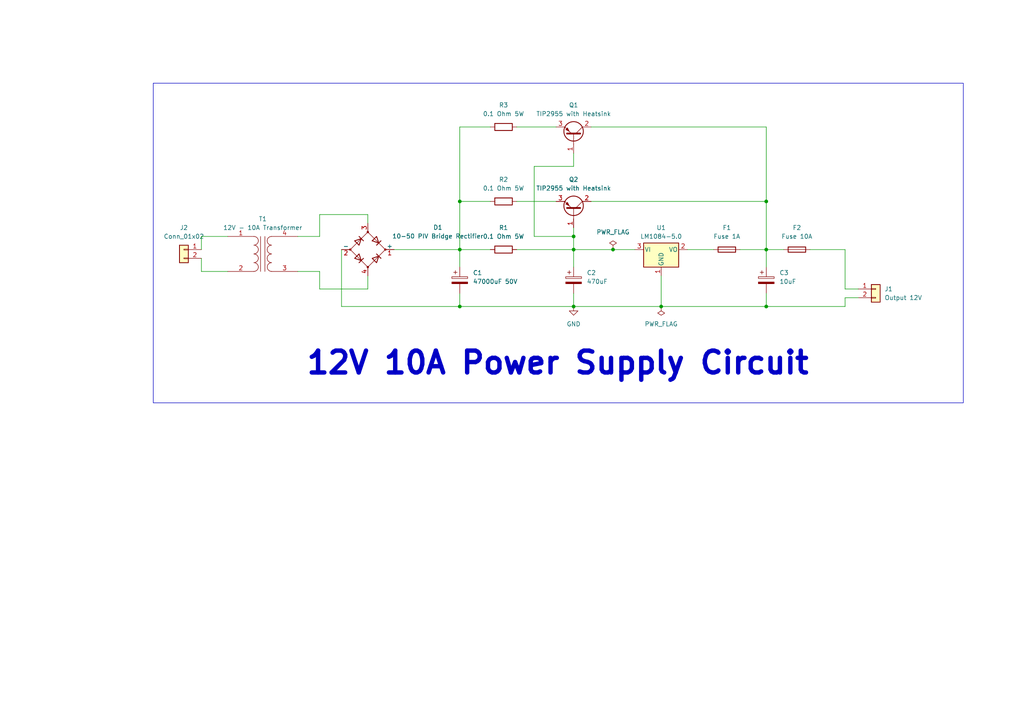
<source format=kicad_sch>
(kicad_sch
	(version 20250114)
	(generator "eeschema")
	(generator_version "9.0")
	(uuid "7e245f89-448e-4c0d-b3fd-2be9aa1c3921")
	(paper "A4")
	(lib_symbols
		(symbol "Connector_Generic:Conn_01x02"
			(pin_names
				(offset 1.016)
				(hide yes)
			)
			(exclude_from_sim no)
			(in_bom yes)
			(on_board yes)
			(property "Reference" "J"
				(at 0 2.54 0)
				(effects
					(font
						(size 1.27 1.27)
					)
				)
			)
			(property "Value" "Conn_01x02"
				(at 0 -5.08 0)
				(effects
					(font
						(size 1.27 1.27)
					)
				)
			)
			(property "Footprint" ""
				(at 0 0 0)
				(effects
					(font
						(size 1.27 1.27)
					)
					(hide yes)
				)
			)
			(property "Datasheet" "~"
				(at 0 0 0)
				(effects
					(font
						(size 1.27 1.27)
					)
					(hide yes)
				)
			)
			(property "Description" "Generic connector, single row, 01x02, script generated (kicad-library-utils/schlib/autogen/connector/)"
				(at 0 0 0)
				(effects
					(font
						(size 1.27 1.27)
					)
					(hide yes)
				)
			)
			(property "ki_keywords" "connector"
				(at 0 0 0)
				(effects
					(font
						(size 1.27 1.27)
					)
					(hide yes)
				)
			)
			(property "ki_fp_filters" "Connector*:*_1x??_*"
				(at 0 0 0)
				(effects
					(font
						(size 1.27 1.27)
					)
					(hide yes)
				)
			)
			(symbol "Conn_01x02_1_1"
				(rectangle
					(start -1.27 1.27)
					(end 1.27 -3.81)
					(stroke
						(width 0.254)
						(type default)
					)
					(fill
						(type background)
					)
				)
				(rectangle
					(start -1.27 0.127)
					(end 0 -0.127)
					(stroke
						(width 0.1524)
						(type default)
					)
					(fill
						(type none)
					)
				)
				(rectangle
					(start -1.27 -2.413)
					(end 0 -2.667)
					(stroke
						(width 0.1524)
						(type default)
					)
					(fill
						(type none)
					)
				)
				(pin passive line
					(at -5.08 0 0)
					(length 3.81)
					(name "Pin_1"
						(effects
							(font
								(size 1.27 1.27)
							)
						)
					)
					(number "1"
						(effects
							(font
								(size 1.27 1.27)
							)
						)
					)
				)
				(pin passive line
					(at -5.08 -2.54 0)
					(length 3.81)
					(name "Pin_2"
						(effects
							(font
								(size 1.27 1.27)
							)
						)
					)
					(number "2"
						(effects
							(font
								(size 1.27 1.27)
							)
						)
					)
				)
			)
			(embedded_fonts no)
		)
		(symbol "Device:C_Polarized"
			(pin_numbers
				(hide yes)
			)
			(pin_names
				(offset 0.254)
			)
			(exclude_from_sim no)
			(in_bom yes)
			(on_board yes)
			(property "Reference" "C"
				(at 0.635 2.54 0)
				(effects
					(font
						(size 1.27 1.27)
					)
					(justify left)
				)
			)
			(property "Value" "C_Polarized"
				(at 0.635 -2.54 0)
				(effects
					(font
						(size 1.27 1.27)
					)
					(justify left)
				)
			)
			(property "Footprint" ""
				(at 0.9652 -3.81 0)
				(effects
					(font
						(size 1.27 1.27)
					)
					(hide yes)
				)
			)
			(property "Datasheet" "~"
				(at 0 0 0)
				(effects
					(font
						(size 1.27 1.27)
					)
					(hide yes)
				)
			)
			(property "Description" "Polarized capacitor"
				(at 0 0 0)
				(effects
					(font
						(size 1.27 1.27)
					)
					(hide yes)
				)
			)
			(property "ki_keywords" "cap capacitor"
				(at 0 0 0)
				(effects
					(font
						(size 1.27 1.27)
					)
					(hide yes)
				)
			)
			(property "ki_fp_filters" "CP_*"
				(at 0 0 0)
				(effects
					(font
						(size 1.27 1.27)
					)
					(hide yes)
				)
			)
			(symbol "C_Polarized_0_1"
				(rectangle
					(start -2.286 0.508)
					(end 2.286 1.016)
					(stroke
						(width 0)
						(type default)
					)
					(fill
						(type none)
					)
				)
				(polyline
					(pts
						(xy -1.778 2.286) (xy -0.762 2.286)
					)
					(stroke
						(width 0)
						(type default)
					)
					(fill
						(type none)
					)
				)
				(polyline
					(pts
						(xy -1.27 2.794) (xy -1.27 1.778)
					)
					(stroke
						(width 0)
						(type default)
					)
					(fill
						(type none)
					)
				)
				(rectangle
					(start 2.286 -0.508)
					(end -2.286 -1.016)
					(stroke
						(width 0)
						(type default)
					)
					(fill
						(type outline)
					)
				)
			)
			(symbol "C_Polarized_1_1"
				(pin passive line
					(at 0 3.81 270)
					(length 2.794)
					(name "~"
						(effects
							(font
								(size 1.27 1.27)
							)
						)
					)
					(number "1"
						(effects
							(font
								(size 1.27 1.27)
							)
						)
					)
				)
				(pin passive line
					(at 0 -3.81 90)
					(length 2.794)
					(name "~"
						(effects
							(font
								(size 1.27 1.27)
							)
						)
					)
					(number "2"
						(effects
							(font
								(size 1.27 1.27)
							)
						)
					)
				)
			)
			(embedded_fonts no)
		)
		(symbol "Device:D_Bridge_+-AA"
			(pin_names
				(offset 0)
			)
			(exclude_from_sim no)
			(in_bom yes)
			(on_board yes)
			(property "Reference" "D"
				(at 2.54 6.985 0)
				(effects
					(font
						(size 1.27 1.27)
					)
					(justify left)
				)
			)
			(property "Value" "D_Bridge_+-AA"
				(at 2.54 5.08 0)
				(effects
					(font
						(size 1.27 1.27)
					)
					(justify left)
				)
			)
			(property "Footprint" ""
				(at 0 0 0)
				(effects
					(font
						(size 1.27 1.27)
					)
					(hide yes)
				)
			)
			(property "Datasheet" "~"
				(at 0 0 0)
				(effects
					(font
						(size 1.27 1.27)
					)
					(hide yes)
				)
			)
			(property "Description" "Diode bridge, +ve/-ve/AC/AC"
				(at 0 0 0)
				(effects
					(font
						(size 1.27 1.27)
					)
					(hide yes)
				)
			)
			(property "ki_keywords" "rectifier ACDC"
				(at 0 0 0)
				(effects
					(font
						(size 1.27 1.27)
					)
					(hide yes)
				)
			)
			(property "ki_fp_filters" "D*Bridge* D*Rectifier*"
				(at 0 0 0)
				(effects
					(font
						(size 1.27 1.27)
					)
					(hide yes)
				)
			)
			(symbol "D_Bridge_+-AA_0_1"
				(circle
					(center -5.08 0)
					(radius 0.254)
					(stroke
						(width 0)
						(type default)
					)
					(fill
						(type outline)
					)
				)
				(polyline
					(pts
						(xy -5.08 0) (xy 0 -5.08) (xy 5.08 0) (xy 0 5.08) (xy -5.08 0)
					)
					(stroke
						(width 0)
						(type default)
					)
					(fill
						(type none)
					)
				)
				(polyline
					(pts
						(xy -3.81 2.54) (xy -2.54 1.27) (xy -1.905 3.175) (xy -3.81 2.54)
					)
					(stroke
						(width 0.254)
						(type default)
					)
					(fill
						(type none)
					)
				)
				(polyline
					(pts
						(xy -2.54 3.81) (xy -1.27 2.54)
					)
					(stroke
						(width 0.254)
						(type default)
					)
					(fill
						(type none)
					)
				)
				(polyline
					(pts
						(xy -2.54 -1.27) (xy -3.81 -2.54) (xy -1.905 -3.175) (xy -2.54 -1.27)
					)
					(stroke
						(width 0.254)
						(type default)
					)
					(fill
						(type none)
					)
				)
				(polyline
					(pts
						(xy -1.27 -2.54) (xy -2.54 -3.81)
					)
					(stroke
						(width 0.254)
						(type default)
					)
					(fill
						(type none)
					)
				)
				(circle
					(center 0 5.08)
					(radius 0.254)
					(stroke
						(width 0)
						(type default)
					)
					(fill
						(type outline)
					)
				)
				(circle
					(center 0 -5.08)
					(radius 0.254)
					(stroke
						(width 0)
						(type default)
					)
					(fill
						(type outline)
					)
				)
				(polyline
					(pts
						(xy 1.27 2.54) (xy 2.54 3.81) (xy 3.175 1.905) (xy 1.27 2.54)
					)
					(stroke
						(width 0.254)
						(type default)
					)
					(fill
						(type none)
					)
				)
				(polyline
					(pts
						(xy 2.54 1.27) (xy 3.81 2.54)
					)
					(stroke
						(width 0.254)
						(type default)
					)
					(fill
						(type none)
					)
				)
				(polyline
					(pts
						(xy 2.54 -1.27) (xy 3.81 -2.54)
					)
					(stroke
						(width 0.254)
						(type default)
					)
					(fill
						(type none)
					)
				)
				(polyline
					(pts
						(xy 3.175 -1.905) (xy 1.27 -2.54) (xy 2.54 -3.81) (xy 3.175 -1.905)
					)
					(stroke
						(width 0.254)
						(type default)
					)
					(fill
						(type none)
					)
				)
				(circle
					(center 5.08 0)
					(radius 0.254)
					(stroke
						(width 0)
						(type default)
					)
					(fill
						(type outline)
					)
				)
			)
			(symbol "D_Bridge_+-AA_1_1"
				(pin passive line
					(at -7.62 0 0)
					(length 2.54)
					(name "-"
						(effects
							(font
								(size 1.27 1.27)
							)
						)
					)
					(number "2"
						(effects
							(font
								(size 1.27 1.27)
							)
						)
					)
				)
				(pin passive line
					(at 0 7.62 270)
					(length 2.54)
					(name "~"
						(effects
							(font
								(size 1.27 1.27)
							)
						)
					)
					(number "3"
						(effects
							(font
								(size 1.27 1.27)
							)
						)
					)
				)
				(pin passive line
					(at 0 -7.62 90)
					(length 2.54)
					(name "~"
						(effects
							(font
								(size 1.27 1.27)
							)
						)
					)
					(number "4"
						(effects
							(font
								(size 1.27 1.27)
							)
						)
					)
				)
				(pin passive line
					(at 7.62 0 180)
					(length 2.54)
					(name "+"
						(effects
							(font
								(size 1.27 1.27)
							)
						)
					)
					(number "1"
						(effects
							(font
								(size 1.27 1.27)
							)
						)
					)
				)
			)
			(embedded_fonts no)
		)
		(symbol "Device:Fuse"
			(pin_numbers
				(hide yes)
			)
			(pin_names
				(offset 0)
			)
			(exclude_from_sim no)
			(in_bom yes)
			(on_board yes)
			(property "Reference" "F"
				(at 2.032 0 90)
				(effects
					(font
						(size 1.27 1.27)
					)
				)
			)
			(property "Value" "Fuse"
				(at -1.905 0 90)
				(effects
					(font
						(size 1.27 1.27)
					)
				)
			)
			(property "Footprint" ""
				(at -1.778 0 90)
				(effects
					(font
						(size 1.27 1.27)
					)
					(hide yes)
				)
			)
			(property "Datasheet" "~"
				(at 0 0 0)
				(effects
					(font
						(size 1.27 1.27)
					)
					(hide yes)
				)
			)
			(property "Description" "Fuse"
				(at 0 0 0)
				(effects
					(font
						(size 1.27 1.27)
					)
					(hide yes)
				)
			)
			(property "ki_keywords" "fuse"
				(at 0 0 0)
				(effects
					(font
						(size 1.27 1.27)
					)
					(hide yes)
				)
			)
			(property "ki_fp_filters" "*Fuse*"
				(at 0 0 0)
				(effects
					(font
						(size 1.27 1.27)
					)
					(hide yes)
				)
			)
			(symbol "Fuse_0_1"
				(rectangle
					(start -0.762 -2.54)
					(end 0.762 2.54)
					(stroke
						(width 0.254)
						(type default)
					)
					(fill
						(type none)
					)
				)
				(polyline
					(pts
						(xy 0 2.54) (xy 0 -2.54)
					)
					(stroke
						(width 0)
						(type default)
					)
					(fill
						(type none)
					)
				)
			)
			(symbol "Fuse_1_1"
				(pin passive line
					(at 0 3.81 270)
					(length 1.27)
					(name "~"
						(effects
							(font
								(size 1.27 1.27)
							)
						)
					)
					(number "1"
						(effects
							(font
								(size 1.27 1.27)
							)
						)
					)
				)
				(pin passive line
					(at 0 -3.81 90)
					(length 1.27)
					(name "~"
						(effects
							(font
								(size 1.27 1.27)
							)
						)
					)
					(number "2"
						(effects
							(font
								(size 1.27 1.27)
							)
						)
					)
				)
			)
			(embedded_fonts no)
		)
		(symbol "Device:R"
			(pin_numbers
				(hide yes)
			)
			(pin_names
				(offset 0)
			)
			(exclude_from_sim no)
			(in_bom yes)
			(on_board yes)
			(property "Reference" "R"
				(at 2.032 0 90)
				(effects
					(font
						(size 1.27 1.27)
					)
				)
			)
			(property "Value" "R"
				(at 0 0 90)
				(effects
					(font
						(size 1.27 1.27)
					)
				)
			)
			(property "Footprint" ""
				(at -1.778 0 90)
				(effects
					(font
						(size 1.27 1.27)
					)
					(hide yes)
				)
			)
			(property "Datasheet" "~"
				(at 0 0 0)
				(effects
					(font
						(size 1.27 1.27)
					)
					(hide yes)
				)
			)
			(property "Description" "Resistor"
				(at 0 0 0)
				(effects
					(font
						(size 1.27 1.27)
					)
					(hide yes)
				)
			)
			(property "ki_keywords" "R res resistor"
				(at 0 0 0)
				(effects
					(font
						(size 1.27 1.27)
					)
					(hide yes)
				)
			)
			(property "ki_fp_filters" "R_*"
				(at 0 0 0)
				(effects
					(font
						(size 1.27 1.27)
					)
					(hide yes)
				)
			)
			(symbol "R_0_1"
				(rectangle
					(start -1.016 -2.54)
					(end 1.016 2.54)
					(stroke
						(width 0.254)
						(type default)
					)
					(fill
						(type none)
					)
				)
			)
			(symbol "R_1_1"
				(pin passive line
					(at 0 3.81 270)
					(length 1.27)
					(name "~"
						(effects
							(font
								(size 1.27 1.27)
							)
						)
					)
					(number "1"
						(effects
							(font
								(size 1.27 1.27)
							)
						)
					)
				)
				(pin passive line
					(at 0 -3.81 90)
					(length 1.27)
					(name "~"
						(effects
							(font
								(size 1.27 1.27)
							)
						)
					)
					(number "2"
						(effects
							(font
								(size 1.27 1.27)
							)
						)
					)
				)
			)
			(embedded_fonts no)
		)
		(symbol "Device:Transformer_1P_1S"
			(pin_names
				(offset 1.016)
				(hide yes)
			)
			(exclude_from_sim no)
			(in_bom yes)
			(on_board yes)
			(property "Reference" "T"
				(at 0 6.35 0)
				(effects
					(font
						(size 1.27 1.27)
					)
				)
			)
			(property "Value" "Transformer_1P_1S"
				(at 0 -7.62 0)
				(effects
					(font
						(size 1.27 1.27)
					)
				)
			)
			(property "Footprint" ""
				(at 0 0 0)
				(effects
					(font
						(size 1.27 1.27)
					)
					(hide yes)
				)
			)
			(property "Datasheet" "~"
				(at 0 0 0)
				(effects
					(font
						(size 1.27 1.27)
					)
					(hide yes)
				)
			)
			(property "Description" "Transformer, single primary, single secondary"
				(at 0 0 0)
				(effects
					(font
						(size 1.27 1.27)
					)
					(hide yes)
				)
			)
			(property "ki_keywords" "transformer coil magnet"
				(at 0 0 0)
				(effects
					(font
						(size 1.27 1.27)
					)
					(hide yes)
				)
			)
			(symbol "Transformer_1P_1S_0_1"
				(arc
					(start -1.27 3.81)
					(mid -1.656 2.9336)
					(end -2.54 2.5654)
					(stroke
						(width 0)
						(type default)
					)
					(fill
						(type none)
					)
				)
				(arc
					(start -1.27 1.27)
					(mid -1.656 0.3936)
					(end -2.54 0.0254)
					(stroke
						(width 0)
						(type default)
					)
					(fill
						(type none)
					)
				)
				(arc
					(start -1.27 -1.27)
					(mid -1.656 -2.1464)
					(end -2.54 -2.5146)
					(stroke
						(width 0)
						(type default)
					)
					(fill
						(type none)
					)
				)
				(arc
					(start -1.27 -3.81)
					(mid -1.656 -4.6864)
					(end -2.54 -5.0546)
					(stroke
						(width 0)
						(type default)
					)
					(fill
						(type none)
					)
				)
				(arc
					(start -2.54 5.08)
					(mid -1.642 4.708)
					(end -1.27 3.81)
					(stroke
						(width 0)
						(type default)
					)
					(fill
						(type none)
					)
				)
				(arc
					(start -2.54 2.54)
					(mid -1.642 2.168)
					(end -1.27 1.27)
					(stroke
						(width 0)
						(type default)
					)
					(fill
						(type none)
					)
				)
				(arc
					(start -2.54 0)
					(mid -1.642 -0.372)
					(end -1.27 -1.27)
					(stroke
						(width 0)
						(type default)
					)
					(fill
						(type none)
					)
				)
				(arc
					(start -2.54 -2.54)
					(mid -1.642 -2.912)
					(end -1.27 -3.81)
					(stroke
						(width 0)
						(type default)
					)
					(fill
						(type none)
					)
				)
				(polyline
					(pts
						(xy -0.635 5.08) (xy -0.635 -5.08)
					)
					(stroke
						(width 0)
						(type default)
					)
					(fill
						(type none)
					)
				)
				(polyline
					(pts
						(xy 0.635 -5.08) (xy 0.635 5.08)
					)
					(stroke
						(width 0)
						(type default)
					)
					(fill
						(type none)
					)
				)
				(arc
					(start 1.2954 3.81)
					(mid 1.6457 4.7117)
					(end 2.54 5.08)
					(stroke
						(width 0)
						(type default)
					)
					(fill
						(type none)
					)
				)
				(arc
					(start 1.2954 1.27)
					(mid 1.6457 2.1717)
					(end 2.54 2.54)
					(stroke
						(width 0)
						(type default)
					)
					(fill
						(type none)
					)
				)
				(arc
					(start 1.2954 -1.27)
					(mid 1.6457 -0.3683)
					(end 2.54 0)
					(stroke
						(width 0)
						(type default)
					)
					(fill
						(type none)
					)
				)
				(arc
					(start 2.54 2.5654)
					(mid 1.6599 2.9299)
					(end 1.2954 3.81)
					(stroke
						(width 0)
						(type default)
					)
					(fill
						(type none)
					)
				)
				(arc
					(start 2.54 0.0254)
					(mid 1.6599 0.3899)
					(end 1.2954 1.27)
					(stroke
						(width 0)
						(type default)
					)
					(fill
						(type none)
					)
				)
				(arc
					(start 2.54 -2.5146)
					(mid 1.6599 -2.1501)
					(end 1.2954 -1.27)
					(stroke
						(width 0)
						(type default)
					)
					(fill
						(type none)
					)
				)
				(arc
					(start 1.3208 -3.81)
					(mid 1.6711 -2.9085)
					(end 2.5654 -2.54)
					(stroke
						(width 0)
						(type default)
					)
					(fill
						(type none)
					)
				)
				(arc
					(start 2.5654 -5.0546)
					(mid 1.6851 -4.6902)
					(end 1.3208 -3.81)
					(stroke
						(width 0)
						(type default)
					)
					(fill
						(type none)
					)
				)
			)
			(symbol "Transformer_1P_1S_1_1"
				(pin passive line
					(at -10.16 5.08 0)
					(length 7.62)
					(name "AA"
						(effects
							(font
								(size 1.27 1.27)
							)
						)
					)
					(number "1"
						(effects
							(font
								(size 1.27 1.27)
							)
						)
					)
				)
				(pin passive line
					(at -10.16 -5.08 0)
					(length 7.62)
					(name "AB"
						(effects
							(font
								(size 1.27 1.27)
							)
						)
					)
					(number "2"
						(effects
							(font
								(size 1.27 1.27)
							)
						)
					)
				)
				(pin passive line
					(at 10.16 5.08 180)
					(length 7.62)
					(name "SB"
						(effects
							(font
								(size 1.27 1.27)
							)
						)
					)
					(number "4"
						(effects
							(font
								(size 1.27 1.27)
							)
						)
					)
				)
				(pin passive line
					(at 10.16 -5.08 180)
					(length 7.62)
					(name "SA"
						(effects
							(font
								(size 1.27 1.27)
							)
						)
					)
					(number "3"
						(effects
							(font
								(size 1.27 1.27)
							)
						)
					)
				)
			)
			(embedded_fonts no)
		)
		(symbol "Regulator_Linear:LM1084-5.0"
			(pin_names
				(offset 0.254)
			)
			(exclude_from_sim no)
			(in_bom yes)
			(on_board yes)
			(property "Reference" "U"
				(at -3.81 3.175 0)
				(effects
					(font
						(size 1.27 1.27)
					)
				)
			)
			(property "Value" "LM1084-5.0"
				(at 0 3.175 0)
				(effects
					(font
						(size 1.27 1.27)
					)
					(justify left)
				)
			)
			(property "Footprint" ""
				(at 0 6.35 0)
				(effects
					(font
						(size 1.27 1.27)
						(italic yes)
					)
					(hide yes)
				)
			)
			(property "Datasheet" "http://www.ti.com/lit/ds/symlink/lm1084.pdf"
				(at 0 0 0)
				(effects
					(font
						(size 1.27 1.27)
					)
					(hide yes)
				)
			)
			(property "Description" "5A 27V Linear Regulator, Fixed Output 5.0V, TO-220/TO-263"
				(at 0 0 0)
				(effects
					(font
						(size 1.27 1.27)
					)
					(hide yes)
				)
			)
			(property "ki_keywords" "Voltage Regulator 5A Positive"
				(at 0 0 0)
				(effects
					(font
						(size 1.27 1.27)
					)
					(hide yes)
				)
			)
			(property "ki_fp_filters" "TO?220* TO?263*"
				(at 0 0 0)
				(effects
					(font
						(size 1.27 1.27)
					)
					(hide yes)
				)
			)
			(symbol "LM1084-5.0_0_1"
				(rectangle
					(start -5.08 1.905)
					(end 5.08 -5.08)
					(stroke
						(width 0.254)
						(type default)
					)
					(fill
						(type background)
					)
				)
			)
			(symbol "LM1084-5.0_1_1"
				(pin power_in line
					(at -7.62 0 0)
					(length 2.54)
					(name "VI"
						(effects
							(font
								(size 1.27 1.27)
							)
						)
					)
					(number "3"
						(effects
							(font
								(size 1.27 1.27)
							)
						)
					)
				)
				(pin power_in line
					(at 0 -7.62 90)
					(length 2.54)
					(name "GND"
						(effects
							(font
								(size 1.27 1.27)
							)
						)
					)
					(number "1"
						(effects
							(font
								(size 1.27 1.27)
							)
						)
					)
				)
				(pin power_out line
					(at 7.62 0 180)
					(length 2.54)
					(name "VO"
						(effects
							(font
								(size 1.27 1.27)
							)
						)
					)
					(number "2"
						(effects
							(font
								(size 1.27 1.27)
							)
						)
					)
				)
			)
			(embedded_fonts no)
		)
		(symbol "Transistor_BJT:TIP2955"
			(pin_names
				(offset 0)
				(hide yes)
			)
			(exclude_from_sim no)
			(in_bom yes)
			(on_board yes)
			(property "Reference" "Q"
				(at 5.08 1.905 0)
				(effects
					(font
						(size 1.27 1.27)
					)
					(justify left)
				)
			)
			(property "Value" "TIP2955"
				(at 5.08 0 0)
				(effects
					(font
						(size 1.27 1.27)
					)
					(justify left)
				)
			)
			(property "Footprint" "Package_TO_SOT_THT:TO-218-3_Vertical"
				(at 5.08 -1.905 0)
				(effects
					(font
						(size 1.27 1.27)
						(italic yes)
					)
					(justify left)
					(hide yes)
				)
			)
			(property "Datasheet" "http://www.onsemi.com/pub_link/Collateral/TIP3055-D.PDF"
				(at 0 0 0)
				(effects
					(font
						(size 1.27 1.27)
					)
					(justify left)
					(hide yes)
				)
			)
			(property "Description" "-15A Ic, -60V Vce, Power PNP Transistor, TO-218"
				(at 0 0 0)
				(effects
					(font
						(size 1.27 1.27)
					)
					(hide yes)
				)
			)
			(property "ki_keywords" "power PNP Transistor"
				(at 0 0 0)
				(effects
					(font
						(size 1.27 1.27)
					)
					(hide yes)
				)
			)
			(property "ki_fp_filters" "TO?218*"
				(at 0 0 0)
				(effects
					(font
						(size 1.27 1.27)
					)
					(hide yes)
				)
			)
			(symbol "TIP2955_0_1"
				(polyline
					(pts
						(xy -2.54 0) (xy 0.635 0)
					)
					(stroke
						(width 0)
						(type default)
					)
					(fill
						(type none)
					)
				)
				(polyline
					(pts
						(xy 0.635 1.905) (xy 0.635 -1.905)
					)
					(stroke
						(width 0.508)
						(type default)
					)
					(fill
						(type none)
					)
				)
				(polyline
					(pts
						(xy 0.635 0.635) (xy 2.54 2.54)
					)
					(stroke
						(width 0)
						(type default)
					)
					(fill
						(type none)
					)
				)
				(polyline
					(pts
						(xy 0.635 -0.635) (xy 2.54 -2.54)
					)
					(stroke
						(width 0)
						(type default)
					)
					(fill
						(type none)
					)
				)
				(circle
					(center 1.27 0)
					(radius 2.8194)
					(stroke
						(width 0.254)
						(type default)
					)
					(fill
						(type none)
					)
				)
				(polyline
					(pts
						(xy 2.286 -1.778) (xy 1.778 -2.286) (xy 1.27 -1.27) (xy 2.286 -1.778)
					)
					(stroke
						(width 0)
						(type default)
					)
					(fill
						(type outline)
					)
				)
			)
			(symbol "TIP2955_1_1"
				(pin input line
					(at -5.08 0 0)
					(length 2.54)
					(name "B"
						(effects
							(font
								(size 1.27 1.27)
							)
						)
					)
					(number "1"
						(effects
							(font
								(size 1.27 1.27)
							)
						)
					)
				)
				(pin passive line
					(at 2.54 5.08 270)
					(length 2.54)
					(name "C"
						(effects
							(font
								(size 1.27 1.27)
							)
						)
					)
					(number "2"
						(effects
							(font
								(size 1.27 1.27)
							)
						)
					)
				)
				(pin passive line
					(at 2.54 -5.08 90)
					(length 2.54)
					(name "E"
						(effects
							(font
								(size 1.27 1.27)
							)
						)
					)
					(number "3"
						(effects
							(font
								(size 1.27 1.27)
							)
						)
					)
				)
			)
			(embedded_fonts no)
		)
		(symbol "power:GND"
			(power)
			(pin_numbers
				(hide yes)
			)
			(pin_names
				(offset 0)
				(hide yes)
			)
			(exclude_from_sim no)
			(in_bom yes)
			(on_board yes)
			(property "Reference" "#PWR"
				(at 0 -6.35 0)
				(effects
					(font
						(size 1.27 1.27)
					)
					(hide yes)
				)
			)
			(property "Value" "GND"
				(at 0 -3.81 0)
				(effects
					(font
						(size 1.27 1.27)
					)
				)
			)
			(property "Footprint" ""
				(at 0 0 0)
				(effects
					(font
						(size 1.27 1.27)
					)
					(hide yes)
				)
			)
			(property "Datasheet" ""
				(at 0 0 0)
				(effects
					(font
						(size 1.27 1.27)
					)
					(hide yes)
				)
			)
			(property "Description" "Power symbol creates a global label with name \"GND\" , ground"
				(at 0 0 0)
				(effects
					(font
						(size 1.27 1.27)
					)
					(hide yes)
				)
			)
			(property "ki_keywords" "global power"
				(at 0 0 0)
				(effects
					(font
						(size 1.27 1.27)
					)
					(hide yes)
				)
			)
			(symbol "GND_0_1"
				(polyline
					(pts
						(xy 0 0) (xy 0 -1.27) (xy 1.27 -1.27) (xy 0 -2.54) (xy -1.27 -1.27) (xy 0 -1.27)
					)
					(stroke
						(width 0)
						(type default)
					)
					(fill
						(type none)
					)
				)
			)
			(symbol "GND_1_1"
				(pin power_in line
					(at 0 0 270)
					(length 0)
					(name "~"
						(effects
							(font
								(size 1.27 1.27)
							)
						)
					)
					(number "1"
						(effects
							(font
								(size 1.27 1.27)
							)
						)
					)
				)
			)
			(embedded_fonts no)
		)
		(symbol "power:PWR_FLAG"
			(power)
			(pin_numbers
				(hide yes)
			)
			(pin_names
				(offset 0)
				(hide yes)
			)
			(exclude_from_sim no)
			(in_bom yes)
			(on_board yes)
			(property "Reference" "#FLG"
				(at 0 1.905 0)
				(effects
					(font
						(size 1.27 1.27)
					)
					(hide yes)
				)
			)
			(property "Value" "PWR_FLAG"
				(at 0 3.81 0)
				(effects
					(font
						(size 1.27 1.27)
					)
				)
			)
			(property "Footprint" ""
				(at 0 0 0)
				(effects
					(font
						(size 1.27 1.27)
					)
					(hide yes)
				)
			)
			(property "Datasheet" "~"
				(at 0 0 0)
				(effects
					(font
						(size 1.27 1.27)
					)
					(hide yes)
				)
			)
			(property "Description" "Special symbol for telling ERC where power comes from"
				(at 0 0 0)
				(effects
					(font
						(size 1.27 1.27)
					)
					(hide yes)
				)
			)
			(property "ki_keywords" "flag power"
				(at 0 0 0)
				(effects
					(font
						(size 1.27 1.27)
					)
					(hide yes)
				)
			)
			(symbol "PWR_FLAG_0_0"
				(pin power_out line
					(at 0 0 90)
					(length 0)
					(name "~"
						(effects
							(font
								(size 1.27 1.27)
							)
						)
					)
					(number "1"
						(effects
							(font
								(size 1.27 1.27)
							)
						)
					)
				)
			)
			(symbol "PWR_FLAG_0_1"
				(polyline
					(pts
						(xy 0 0) (xy 0 1.27) (xy -1.016 1.905) (xy 0 2.54) (xy 1.016 1.905) (xy 0 1.27)
					)
					(stroke
						(width 0)
						(type default)
					)
					(fill
						(type none)
					)
				)
			)
			(embedded_fonts no)
		)
	)
	(rectangle
		(start 44.45 24.13)
		(end 279.4 116.84)
		(stroke
			(width 0)
			(type default)
		)
		(fill
			(type none)
		)
		(uuid b4d85546-62ae-4d74-8d31-0af51797db2e)
	)
	(text "12V 10A Power Supply Circuit"
		(exclude_from_sim no)
		(at 161.798 105.41 0)
		(effects
			(font
				(size 6.35 6.35)
				(thickness 1.27)
				(bold yes)
			)
		)
		(uuid "0c2595c4-2dec-4779-863f-720c3ba90eee")
	)
	(junction
		(at 133.35 88.9)
		(diameter 0)
		(color 0 0 0 0)
		(uuid "17f1b4e4-551f-4ba9-99bb-2869a91fc9b0")
	)
	(junction
		(at 133.35 72.39)
		(diameter 0)
		(color 0 0 0 0)
		(uuid "38839a08-560d-428b-a730-7abc094df9b6")
	)
	(junction
		(at 191.77 88.9)
		(diameter 0)
		(color 0 0 0 0)
		(uuid "49a1626d-6f8e-4ebe-957f-2edfac3734c0")
	)
	(junction
		(at 222.25 58.42)
		(diameter 0)
		(color 0 0 0 0)
		(uuid "5ac8d69c-4736-43a8-9559-9c10fdbce3f9")
	)
	(junction
		(at 166.37 88.9)
		(diameter 0)
		(color 0 0 0 0)
		(uuid "63e6a91a-e152-4f4e-9579-6838359f457c")
	)
	(junction
		(at 222.25 72.39)
		(diameter 0)
		(color 0 0 0 0)
		(uuid "89486254-d039-4513-98e7-c727cf4e48da")
	)
	(junction
		(at 166.37 68.58)
		(diameter 0)
		(color 0 0 0 0)
		(uuid "c4324e71-2019-416f-a44c-51961b66ef22")
	)
	(junction
		(at 222.25 88.9)
		(diameter 0)
		(color 0 0 0 0)
		(uuid "c77f10a6-6fa0-4a8b-afb6-049b7ac9a7cb")
	)
	(junction
		(at 177.8 72.39)
		(diameter 0)
		(color 0 0 0 0)
		(uuid "cd03f5ca-acfa-4b2f-b1de-cb72d3cdfc9e")
	)
	(junction
		(at 133.35 58.42)
		(diameter 0)
		(color 0 0 0 0)
		(uuid "d1bbaf13-12b0-4164-9bc6-d31c0fcf4389")
	)
	(junction
		(at 166.37 72.39)
		(diameter 0)
		(color 0 0 0 0)
		(uuid "d60d6f7e-9415-436f-ba6e-bc54d42d497e")
	)
	(wire
		(pts
			(xy 92.71 83.82) (xy 106.68 83.82)
		)
		(stroke
			(width 0)
			(type default)
		)
		(uuid "00cb025f-6689-440c-adf7-f66d0de8729f")
	)
	(wire
		(pts
			(xy 99.06 72.39) (xy 99.06 88.9)
		)
		(stroke
			(width 0)
			(type default)
		)
		(uuid "08773c46-91c9-4e5d-a36a-eb801b25b997")
	)
	(wire
		(pts
			(xy 86.36 68.58) (xy 92.71 68.58)
		)
		(stroke
			(width 0)
			(type default)
		)
		(uuid "08b03800-1c04-40de-b658-cda3252a5af1")
	)
	(wire
		(pts
			(xy 245.11 86.36) (xy 245.11 88.9)
		)
		(stroke
			(width 0)
			(type default)
		)
		(uuid "0e1936f4-7897-4e22-940f-804294c4c03c")
	)
	(wire
		(pts
			(xy 177.8 72.39) (xy 184.15 72.39)
		)
		(stroke
			(width 0)
			(type default)
		)
		(uuid "0e6d59b7-f68b-4562-944b-4e298dad4edc")
	)
	(wire
		(pts
			(xy 171.45 36.83) (xy 222.25 36.83)
		)
		(stroke
			(width 0)
			(type default)
		)
		(uuid "18426a43-6a0e-469c-853f-e02325f3c1f4")
	)
	(wire
		(pts
			(xy 114.3 72.39) (xy 133.35 72.39)
		)
		(stroke
			(width 0)
			(type default)
		)
		(uuid "18d05235-8698-4e4b-abbd-b36dbe74a067")
	)
	(wire
		(pts
			(xy 166.37 68.58) (xy 166.37 72.39)
		)
		(stroke
			(width 0)
			(type default)
		)
		(uuid "1b993b10-3842-4aff-9274-f09875a0aabf")
	)
	(wire
		(pts
			(xy 214.63 72.39) (xy 222.25 72.39)
		)
		(stroke
			(width 0)
			(type default)
		)
		(uuid "1d4d919d-e49e-4d22-ac35-33a451ed8814")
	)
	(wire
		(pts
			(xy 166.37 66.04) (xy 166.37 68.58)
		)
		(stroke
			(width 0)
			(type default)
		)
		(uuid "1e0e5aa7-8788-44af-bd72-36c0954bd18d")
	)
	(wire
		(pts
			(xy 106.68 83.82) (xy 106.68 80.01)
		)
		(stroke
			(width 0)
			(type default)
		)
		(uuid "1faaa76b-fac3-4186-9035-e49f30c2f80d")
	)
	(wire
		(pts
			(xy 245.11 83.82) (xy 248.92 83.82)
		)
		(stroke
			(width 0)
			(type default)
		)
		(uuid "2586c166-1fce-4b29-8021-11f0e31f533e")
	)
	(wire
		(pts
			(xy 133.35 72.39) (xy 133.35 77.47)
		)
		(stroke
			(width 0)
			(type default)
		)
		(uuid "275652cf-fcda-45d2-a8f5-7edb4c73b30e")
	)
	(wire
		(pts
			(xy 154.94 48.26) (xy 154.94 68.58)
		)
		(stroke
			(width 0)
			(type default)
		)
		(uuid "352d279d-4d8e-48a8-81af-b9f7051eea03")
	)
	(wire
		(pts
			(xy 222.25 58.42) (xy 222.25 72.39)
		)
		(stroke
			(width 0)
			(type default)
		)
		(uuid "370943d1-eff0-403d-b8e0-f55f118125b4")
	)
	(wire
		(pts
			(xy 99.06 88.9) (xy 133.35 88.9)
		)
		(stroke
			(width 0)
			(type default)
		)
		(uuid "39955ace-f30e-4597-ba93-ccf4de5718f3")
	)
	(wire
		(pts
			(xy 142.24 58.42) (xy 133.35 58.42)
		)
		(stroke
			(width 0)
			(type default)
		)
		(uuid "49138b39-bba2-4609-a911-063fcfb4be6b")
	)
	(wire
		(pts
			(xy 191.77 80.01) (xy 191.77 88.9)
		)
		(stroke
			(width 0)
			(type default)
		)
		(uuid "49d896dc-5661-4254-9b12-cea252251717")
	)
	(wire
		(pts
			(xy 222.25 72.39) (xy 222.25 77.47)
		)
		(stroke
			(width 0)
			(type default)
		)
		(uuid "51a6705e-01e7-428b-b8be-c4ba24a011d2")
	)
	(wire
		(pts
			(xy 199.39 72.39) (xy 207.01 72.39)
		)
		(stroke
			(width 0)
			(type default)
		)
		(uuid "5373e7bb-87c8-4bc4-97c6-2b1c5bb05050")
	)
	(wire
		(pts
			(xy 133.35 36.83) (xy 142.24 36.83)
		)
		(stroke
			(width 0)
			(type default)
		)
		(uuid "575276d1-8cad-403e-b2c7-f698ab4172b8")
	)
	(wire
		(pts
			(xy 245.11 72.39) (xy 245.11 83.82)
		)
		(stroke
			(width 0)
			(type default)
		)
		(uuid "59db327f-02ef-4ef1-bacc-b81bca0dd70d")
	)
	(wire
		(pts
			(xy 234.95 72.39) (xy 245.11 72.39)
		)
		(stroke
			(width 0)
			(type default)
		)
		(uuid "5dabe5d0-815a-4dfe-98a2-ec21edfded81")
	)
	(wire
		(pts
			(xy 149.86 58.42) (xy 161.29 58.42)
		)
		(stroke
			(width 0)
			(type default)
		)
		(uuid "5e933e5e-ac85-4197-ab0a-2f8648ffdf23")
	)
	(wire
		(pts
			(xy 58.42 78.74) (xy 66.04 78.74)
		)
		(stroke
			(width 0)
			(type default)
		)
		(uuid "5f1625eb-37f1-49e8-8c27-d025757fc88e")
	)
	(wire
		(pts
			(xy 92.71 68.58) (xy 92.71 62.23)
		)
		(stroke
			(width 0)
			(type default)
		)
		(uuid "5f8e5919-22ed-4d27-9677-4683f4062de5")
	)
	(wire
		(pts
			(xy 171.45 58.42) (xy 222.25 58.42)
		)
		(stroke
			(width 0)
			(type default)
		)
		(uuid "66ac0113-eec5-4b96-94f3-24b71cde21c6")
	)
	(wire
		(pts
			(xy 149.86 72.39) (xy 166.37 72.39)
		)
		(stroke
			(width 0)
			(type default)
		)
		(uuid "680fe048-c5af-40e2-a7fc-e6adb4742bfb")
	)
	(wire
		(pts
			(xy 166.37 72.39) (xy 166.37 77.47)
		)
		(stroke
			(width 0)
			(type default)
		)
		(uuid "731dab80-608f-4cd4-b8e1-8feb299e404e")
	)
	(wire
		(pts
			(xy 92.71 78.74) (xy 92.71 83.82)
		)
		(stroke
			(width 0)
			(type default)
		)
		(uuid "793c7750-ef80-4729-9a50-5214be714608")
	)
	(wire
		(pts
			(xy 58.42 78.74) (xy 58.42 74.93)
		)
		(stroke
			(width 0)
			(type default)
		)
		(uuid "7e6395ba-df32-4a70-ac52-ccc529e8677a")
	)
	(wire
		(pts
			(xy 222.25 85.09) (xy 222.25 88.9)
		)
		(stroke
			(width 0)
			(type default)
		)
		(uuid "81d596bb-4b9f-42d1-a1e1-c4a47ab3d7e9")
	)
	(wire
		(pts
			(xy 133.35 36.83) (xy 133.35 58.42)
		)
		(stroke
			(width 0)
			(type default)
		)
		(uuid "8460fd2f-3606-46c8-854d-e3c09eab6b1d")
	)
	(wire
		(pts
			(xy 166.37 44.45) (xy 166.37 48.26)
		)
		(stroke
			(width 0)
			(type default)
		)
		(uuid "9c132ec9-1abe-461e-a610-6668b9a6f2d0")
	)
	(wire
		(pts
			(xy 133.35 72.39) (xy 142.24 72.39)
		)
		(stroke
			(width 0)
			(type default)
		)
		(uuid "a799327f-b788-4ba8-8302-1a3aab4b7164")
	)
	(wire
		(pts
			(xy 58.42 68.58) (xy 66.04 68.58)
		)
		(stroke
			(width 0)
			(type default)
		)
		(uuid "aa838296-1837-44aa-a4c9-3bb0134ab176")
	)
	(wire
		(pts
			(xy 222.25 88.9) (xy 245.11 88.9)
		)
		(stroke
			(width 0)
			(type default)
		)
		(uuid "adbcd6dd-f192-462d-8e13-2b59dbfc623e")
	)
	(wire
		(pts
			(xy 106.68 62.23) (xy 106.68 64.77)
		)
		(stroke
			(width 0)
			(type default)
		)
		(uuid "b0718594-7192-4642-9271-c2e7ca9d229e")
	)
	(wire
		(pts
			(xy 154.94 68.58) (xy 166.37 68.58)
		)
		(stroke
			(width 0)
			(type default)
		)
		(uuid "b659f25e-7f31-4a4a-adf7-1dc5b96f74a1")
	)
	(wire
		(pts
			(xy 191.77 88.9) (xy 222.25 88.9)
		)
		(stroke
			(width 0)
			(type default)
		)
		(uuid "baefc4b7-0e77-469d-8141-f42b067faa59")
	)
	(wire
		(pts
			(xy 133.35 88.9) (xy 166.37 88.9)
		)
		(stroke
			(width 0)
			(type default)
		)
		(uuid "bec8ad0e-d4ba-4d70-9469-ff1a6f536462")
	)
	(wire
		(pts
			(xy 248.92 86.36) (xy 245.11 86.36)
		)
		(stroke
			(width 0)
			(type default)
		)
		(uuid "c089dc7e-5ce1-406d-aac6-08833710ba73")
	)
	(wire
		(pts
			(xy 166.37 85.09) (xy 166.37 88.9)
		)
		(stroke
			(width 0)
			(type default)
		)
		(uuid "c1c780d5-efc7-48d7-a94b-cd822be9537a")
	)
	(wire
		(pts
			(xy 133.35 58.42) (xy 133.35 72.39)
		)
		(stroke
			(width 0)
			(type default)
		)
		(uuid "d1cb735b-777e-40f8-8442-6d512120a845")
	)
	(wire
		(pts
			(xy 58.42 68.58) (xy 58.42 72.39)
		)
		(stroke
			(width 0)
			(type default)
		)
		(uuid "d349041c-d79a-41b9-acb1-6abeebc27045")
	)
	(wire
		(pts
			(xy 149.86 36.83) (xy 161.29 36.83)
		)
		(stroke
			(width 0)
			(type default)
		)
		(uuid "dc42d477-30b0-436a-81ba-10460075d141")
	)
	(wire
		(pts
			(xy 133.35 85.09) (xy 133.35 88.9)
		)
		(stroke
			(width 0)
			(type default)
		)
		(uuid "dfdf8406-0ad0-46d6-910c-ca8a6fce8f17")
	)
	(wire
		(pts
			(xy 222.25 36.83) (xy 222.25 58.42)
		)
		(stroke
			(width 0)
			(type default)
		)
		(uuid "e69f71d4-79f9-44fb-aa2d-69eb6ff317ff")
	)
	(wire
		(pts
			(xy 222.25 72.39) (xy 227.33 72.39)
		)
		(stroke
			(width 0)
			(type default)
		)
		(uuid "e6a27375-3b0c-4baf-8b12-bb93984dbd57")
	)
	(wire
		(pts
			(xy 166.37 48.26) (xy 154.94 48.26)
		)
		(stroke
			(width 0)
			(type default)
		)
		(uuid "f1eb584a-2b03-4aa1-8f3a-74a6df0e1c27")
	)
	(wire
		(pts
			(xy 86.36 78.74) (xy 92.71 78.74)
		)
		(stroke
			(width 0)
			(type default)
		)
		(uuid "f552de21-1036-4890-8816-0b105231b6bf")
	)
	(wire
		(pts
			(xy 92.71 62.23) (xy 106.68 62.23)
		)
		(stroke
			(width 0)
			(type default)
		)
		(uuid "fb082027-4db0-44b5-8179-c551fc9bc5aa")
	)
	(wire
		(pts
			(xy 166.37 72.39) (xy 177.8 72.39)
		)
		(stroke
			(width 0)
			(type default)
		)
		(uuid "fb348540-1441-4e9e-a78a-6e4235651a74")
	)
	(wire
		(pts
			(xy 166.37 88.9) (xy 191.77 88.9)
		)
		(stroke
			(width 0)
			(type default)
		)
		(uuid "fd8a7a39-1556-4b27-a26d-e4ef6e83f62b")
	)
	(symbol
		(lib_id "Device:C_Polarized")
		(at 166.37 81.28 0)
		(unit 1)
		(exclude_from_sim no)
		(in_bom yes)
		(on_board yes)
		(dnp no)
		(fields_autoplaced yes)
		(uuid "00440ae4-414e-43de-9060-f39b162d8b7d")
		(property "Reference" "C2"
			(at 170.18 79.1209 0)
			(effects
				(font
					(size 1.27 1.27)
				)
				(justify left)
			)
		)
		(property "Value" "470uF"
			(at 170.18 81.6609 0)
			(effects
				(font
					(size 1.27 1.27)
				)
				(justify left)
			)
		)
		(property "Footprint" "Capacitor_THT:C_Radial_D10.0mm_H12.5mm_P5.00mm"
			(at 167.3352 85.09 0)
			(effects
				(font
					(size 1.27 1.27)
				)
				(hide yes)
			)
		)
		(property "Datasheet" "~"
			(at 166.37 81.28 0)
			(effects
				(font
					(size 1.27 1.27)
				)
				(hide yes)
			)
		)
		(property "Description" "Polarized capacitor"
			(at 166.37 81.28 0)
			(effects
				(font
					(size 1.27 1.27)
				)
				(hide yes)
			)
		)
		(pin "2"
			(uuid "4e73467f-8029-4ad5-9bc9-9879a22768bc")
		)
		(pin "1"
			(uuid "eea2dae2-316b-424a-ba18-2fd193d7b3b3")
		)
		(instances
			(project ""
				(path "/7e245f89-448e-4c0d-b3fd-2be9aa1c3921"
					(reference "C2")
					(unit 1)
				)
			)
		)
	)
	(symbol
		(lib_id "Device:Transformer_1P_1S")
		(at 76.2 73.66 0)
		(unit 1)
		(exclude_from_sim no)
		(in_bom yes)
		(on_board yes)
		(dnp no)
		(fields_autoplaced yes)
		(uuid "0fac7108-a1ae-44c9-8b06-2533a6fd4550")
		(property "Reference" "T1"
			(at 76.2127 63.5 0)
			(effects
				(font
					(size 1.27 1.27)
				)
			)
		)
		(property "Value" "12V - 10A Transformer"
			(at 76.2127 66.04 0)
			(effects
				(font
					(size 1.27 1.27)
				)
			)
		)
		(property "Footprint" "Transformer_THT:Transformer_CHK_EI54-12VA_1xSec"
			(at 76.2 73.66 0)
			(effects
				(font
					(size 1.27 1.27)
				)
				(hide yes)
			)
		)
		(property "Datasheet" "~"
			(at 76.2 73.66 0)
			(effects
				(font
					(size 1.27 1.27)
				)
				(hide yes)
			)
		)
		(property "Description" "Transformer, single primary, single secondary"
			(at 76.2 73.66 0)
			(effects
				(font
					(size 1.27 1.27)
				)
				(hide yes)
			)
		)
		(pin "4"
			(uuid "27046a57-a403-4322-ba77-95eb7fd72921")
		)
		(pin "2"
			(uuid "4753ad9a-9784-455c-8fd7-05e25ee0fa59")
		)
		(pin "1"
			(uuid "a6fd35bf-580b-407d-af5b-da528aee2e21")
		)
		(pin "3"
			(uuid "91c7acbd-35fd-4ae8-a421-f35a9f87eff8")
		)
		(instances
			(project ""
				(path "/7e245f89-448e-4c0d-b3fd-2be9aa1c3921"
					(reference "T1")
					(unit 1)
				)
			)
		)
	)
	(symbol
		(lib_id "Device:R")
		(at 146.05 58.42 90)
		(unit 1)
		(exclude_from_sim no)
		(in_bom yes)
		(on_board yes)
		(dnp no)
		(fields_autoplaced yes)
		(uuid "258bb402-f66c-411e-be65-8decbb400c24")
		(property "Reference" "R2"
			(at 146.05 52.07 90)
			(effects
				(font
					(size 1.27 1.27)
				)
			)
		)
		(property "Value" "0.1 Ohm 5W"
			(at 146.05 54.61 90)
			(effects
				(font
					(size 1.27 1.27)
				)
			)
		)
		(property "Footprint" "Resistor_THT:R_Axial_DIN0207_L6.3mm_D2.5mm_P7.62mm_Horizontal"
			(at 146.05 60.198 90)
			(effects
				(font
					(size 1.27 1.27)
				)
				(hide yes)
			)
		)
		(property "Datasheet" "~"
			(at 146.05 58.42 0)
			(effects
				(font
					(size 1.27 1.27)
				)
				(hide yes)
			)
		)
		(property "Description" "Resistor"
			(at 146.05 58.42 0)
			(effects
				(font
					(size 1.27 1.27)
				)
				(hide yes)
			)
		)
		(pin "1"
			(uuid "04ba0b6c-8b04-4c8f-8ef7-c9576e7b0958")
		)
		(pin "2"
			(uuid "ed20417f-2cc2-4d4d-abee-25107873ea21")
		)
		(instances
			(project ""
				(path "/7e245f89-448e-4c0d-b3fd-2be9aa1c3921"
					(reference "R2")
					(unit 1)
				)
			)
		)
	)
	(symbol
		(lib_id "power:PWR_FLAG")
		(at 191.77 88.9 0)
		(mirror x)
		(unit 1)
		(exclude_from_sim no)
		(in_bom yes)
		(on_board yes)
		(dnp no)
		(fields_autoplaced yes)
		(uuid "2623f9ec-b29f-4b2a-be10-cc787d0e2e23")
		(property "Reference" "#FLG02"
			(at 191.77 90.805 0)
			(effects
				(font
					(size 1.27 1.27)
				)
				(hide yes)
			)
		)
		(property "Value" "PWR_FLAG"
			(at 191.77 93.98 0)
			(effects
				(font
					(size 1.27 1.27)
				)
			)
		)
		(property "Footprint" ""
			(at 191.77 88.9 0)
			(effects
				(font
					(size 1.27 1.27)
				)
				(hide yes)
			)
		)
		(property "Datasheet" "~"
			(at 191.77 88.9 0)
			(effects
				(font
					(size 1.27 1.27)
				)
				(hide yes)
			)
		)
		(property "Description" "Special symbol for telling ERC where power comes from"
			(at 191.77 88.9 0)
			(effects
				(font
					(size 1.27 1.27)
				)
				(hide yes)
			)
		)
		(pin "1"
			(uuid "2c3812d0-f306-4d57-be68-c55ea9ce1541")
		)
		(instances
			(project ""
				(path "/7e245f89-448e-4c0d-b3fd-2be9aa1c3921"
					(reference "#FLG02")
					(unit 1)
				)
			)
		)
	)
	(symbol
		(lib_id "Regulator_Linear:LM1084-5.0")
		(at 191.77 72.39 0)
		(unit 1)
		(exclude_from_sim no)
		(in_bom yes)
		(on_board yes)
		(dnp no)
		(fields_autoplaced yes)
		(uuid "44a46af4-0a02-4c44-8da8-8da0921b83d2")
		(property "Reference" "U1"
			(at 191.77 66.04 0)
			(effects
				(font
					(size 1.27 1.27)
				)
			)
		)
		(property "Value" "LM1084-5.0"
			(at 191.77 68.58 0)
			(effects
				(font
					(size 1.27 1.27)
				)
			)
		)
		(property "Footprint" "Package_TO_SOT_THT:TO-220-3_Vertical"
			(at 191.77 66.04 0)
			(effects
				(font
					(size 1.27 1.27)
					(italic yes)
				)
				(hide yes)
			)
		)
		(property "Datasheet" "http://www.ti.com/lit/ds/symlink/lm1084.pdf"
			(at 191.77 72.39 0)
			(effects
				(font
					(size 1.27 1.27)
				)
				(hide yes)
			)
		)
		(property "Description" "5A 27V Linear Regulator, Fixed Output 5.0V, TO-220/TO-263"
			(at 191.77 72.39 0)
			(effects
				(font
					(size 1.27 1.27)
				)
				(hide yes)
			)
		)
		(pin "3"
			(uuid "6f170083-7f71-44e9-a28b-9cc31ec775ac")
		)
		(pin "1"
			(uuid "f9634429-c883-47d5-ab77-c3b5189b26b4")
		)
		(pin "2"
			(uuid "16d8708e-f1f1-4bfd-9d58-61b8a69568f0")
		)
		(instances
			(project ""
				(path "/7e245f89-448e-4c0d-b3fd-2be9aa1c3921"
					(reference "U1")
					(unit 1)
				)
			)
		)
	)
	(symbol
		(lib_id "power:GND")
		(at 166.37 88.9 0)
		(unit 1)
		(exclude_from_sim no)
		(in_bom yes)
		(on_board yes)
		(dnp no)
		(fields_autoplaced yes)
		(uuid "5c823834-6573-44c8-8ba6-3ae7148de04d")
		(property "Reference" "#PWR01"
			(at 166.37 95.25 0)
			(effects
				(font
					(size 1.27 1.27)
				)
				(hide yes)
			)
		)
		(property "Value" "GND"
			(at 166.37 93.98 0)
			(effects
				(font
					(size 1.27 1.27)
				)
			)
		)
		(property "Footprint" ""
			(at 166.37 88.9 0)
			(effects
				(font
					(size 1.27 1.27)
				)
				(hide yes)
			)
		)
		(property "Datasheet" ""
			(at 166.37 88.9 0)
			(effects
				(font
					(size 1.27 1.27)
				)
				(hide yes)
			)
		)
		(property "Description" "Power symbol creates a global label with name \"GND\" , ground"
			(at 166.37 88.9 0)
			(effects
				(font
					(size 1.27 1.27)
				)
				(hide yes)
			)
		)
		(pin "1"
			(uuid "3b103c52-9db6-46d7-a533-f8622f0092d5")
		)
		(instances
			(project ""
				(path "/7e245f89-448e-4c0d-b3fd-2be9aa1c3921"
					(reference "#PWR01")
					(unit 1)
				)
			)
		)
	)
	(symbol
		(lib_id "Device:C_Polarized")
		(at 222.25 81.28 0)
		(unit 1)
		(exclude_from_sim no)
		(in_bom yes)
		(on_board yes)
		(dnp no)
		(fields_autoplaced yes)
		(uuid "5d1ceebb-cc82-4716-881d-358d8d6a2484")
		(property "Reference" "C3"
			(at 226.06 79.1209 0)
			(effects
				(font
					(size 1.27 1.27)
				)
				(justify left)
			)
		)
		(property "Value" "10uF"
			(at 226.06 81.6609 0)
			(effects
				(font
					(size 1.27 1.27)
				)
				(justify left)
			)
		)
		(property "Footprint" "Capacitor_THT:C_Radial_D5.0mm_H11.0mm_P2.00mm"
			(at 223.2152 85.09 0)
			(effects
				(font
					(size 1.27 1.27)
				)
				(hide yes)
			)
		)
		(property "Datasheet" "~"
			(at 222.25 81.28 0)
			(effects
				(font
					(size 1.27 1.27)
				)
				(hide yes)
			)
		)
		(property "Description" "Polarized capacitor"
			(at 222.25 81.28 0)
			(effects
				(font
					(size 1.27 1.27)
				)
				(hide yes)
			)
		)
		(pin "2"
			(uuid "bc0e04b4-5b5b-482c-bebe-7decb05bd074")
		)
		(pin "1"
			(uuid "04eca5b3-2978-4921-8daa-2e6d4bddbd1a")
		)
		(instances
			(project "qn1"
				(path "/7e245f89-448e-4c0d-b3fd-2be9aa1c3921"
					(reference "C3")
					(unit 1)
				)
			)
		)
	)
	(symbol
		(lib_id "Transistor_BJT:TIP2955")
		(at 166.37 60.96 270)
		(mirror x)
		(unit 1)
		(exclude_from_sim no)
		(in_bom yes)
		(on_board yes)
		(dnp no)
		(uuid "61487fed-9f1d-407b-b0bc-623d80fc8fc5")
		(property "Reference" "Q2"
			(at 166.37 52.07 90)
			(effects
				(font
					(size 1.27 1.27)
				)
			)
		)
		(property "Value" "TIP2955 with Heatsink"
			(at 166.37 54.61 90)
			(effects
				(font
					(size 1.27 1.27)
				)
			)
		)
		(property "Footprint" "Package_TO_SOT_THT:TO-218-3_Vertical"
			(at 164.465 55.88 0)
			(effects
				(font
					(size 1.27 1.27)
					(italic yes)
				)
				(justify left)
				(hide yes)
			)
		)
		(property "Datasheet" "http://www.onsemi.com/pub_link/Collateral/TIP3055-D.PDF"
			(at 166.37 60.96 0)
			(effects
				(font
					(size 1.27 1.27)
				)
				(justify left)
				(hide yes)
			)
		)
		(property "Description" "-15A Ic, -60V Vce, Power PNP Transistor, TO-218"
			(at 166.37 60.96 0)
			(effects
				(font
					(size 1.27 1.27)
				)
				(hide yes)
			)
		)
		(pin "1"
			(uuid "8c92dd0c-e9c9-4f91-b799-38ff30c4cc90")
		)
		(pin "2"
			(uuid "59c83443-d5d7-48ec-995b-d1509d3a0f30")
		)
		(pin "3"
			(uuid "6231c123-a4bc-4d2f-9d9e-b6a75a10e69e")
		)
		(instances
			(project "qn1"
				(path "/7e245f89-448e-4c0d-b3fd-2be9aa1c3921"
					(reference "Q2")
					(unit 1)
				)
			)
		)
	)
	(symbol
		(lib_id "power:PWR_FLAG")
		(at 177.8 72.39 0)
		(unit 1)
		(exclude_from_sim no)
		(in_bom yes)
		(on_board yes)
		(dnp no)
		(fields_autoplaced yes)
		(uuid "84cd40c5-7684-4ce2-a6d1-adae1e0ffeea")
		(property "Reference" "#FLG01"
			(at 177.8 70.485 0)
			(effects
				(font
					(size 1.27 1.27)
				)
				(hide yes)
			)
		)
		(property "Value" "PWR_FLAG"
			(at 177.8 67.31 0)
			(effects
				(font
					(size 1.27 1.27)
				)
			)
		)
		(property "Footprint" ""
			(at 177.8 72.39 0)
			(effects
				(font
					(size 1.27 1.27)
				)
				(hide yes)
			)
		)
		(property "Datasheet" "~"
			(at 177.8 72.39 0)
			(effects
				(font
					(size 1.27 1.27)
				)
				(hide yes)
			)
		)
		(property "Description" "Special symbol for telling ERC where power comes from"
			(at 177.8 72.39 0)
			(effects
				(font
					(size 1.27 1.27)
				)
				(hide yes)
			)
		)
		(pin "1"
			(uuid "1e699d2b-f109-459f-bd16-e314c5fb3c01")
		)
		(instances
			(project ""
				(path "/7e245f89-448e-4c0d-b3fd-2be9aa1c3921"
					(reference "#FLG01")
					(unit 1)
				)
			)
		)
	)
	(symbol
		(lib_id "Device:Fuse")
		(at 210.82 72.39 90)
		(unit 1)
		(exclude_from_sim no)
		(in_bom yes)
		(on_board yes)
		(dnp no)
		(fields_autoplaced yes)
		(uuid "a58d6b19-225f-445e-b327-2d85d42dae21")
		(property "Reference" "F1"
			(at 210.82 66.04 90)
			(effects
				(font
					(size 1.27 1.27)
				)
			)
		)
		(property "Value" "Fuse 1A"
			(at 210.82 68.58 90)
			(effects
				(font
					(size 1.27 1.27)
				)
			)
		)
		(property "Footprint" "Fuse:Fuse_BelFuse_0ZRE0150FF_L23.4mm_W5.3mm"
			(at 210.82 74.168 90)
			(effects
				(font
					(size 1.27 1.27)
				)
				(hide yes)
			)
		)
		(property "Datasheet" "~"
			(at 210.82 72.39 0)
			(effects
				(font
					(size 1.27 1.27)
				)
				(hide yes)
			)
		)
		(property "Description" "Fuse"
			(at 210.82 72.39 0)
			(effects
				(font
					(size 1.27 1.27)
				)
				(hide yes)
			)
		)
		(pin "2"
			(uuid "28594f38-6c78-4663-bf5e-cd92867131eb")
		)
		(pin "1"
			(uuid "2c95e9eb-1f8f-4e57-ac61-6d4b37b93372")
		)
		(instances
			(project ""
				(path "/7e245f89-448e-4c0d-b3fd-2be9aa1c3921"
					(reference "F1")
					(unit 1)
				)
			)
		)
	)
	(symbol
		(lib_id "Device:C_Polarized")
		(at 133.35 81.28 0)
		(unit 1)
		(exclude_from_sim no)
		(in_bom yes)
		(on_board yes)
		(dnp no)
		(fields_autoplaced yes)
		(uuid "ada96382-d8a7-4a81-b1ac-1224ae8de4ee")
		(property "Reference" "C1"
			(at 137.16 79.1209 0)
			(effects
				(font
					(size 1.27 1.27)
				)
				(justify left)
			)
		)
		(property "Value" "47000uF 50V"
			(at 137.16 81.6609 0)
			(effects
				(font
					(size 1.27 1.27)
				)
				(justify left)
			)
		)
		(property "Footprint" "Capacitor_THT:C_Radial_D16.0mm_H25.0mm_P7.50mm"
			(at 134.3152 85.09 0)
			(effects
				(font
					(size 1.27 1.27)
				)
				(hide yes)
			)
		)
		(property "Datasheet" "~"
			(at 133.35 81.28 0)
			(effects
				(font
					(size 1.27 1.27)
				)
				(hide yes)
			)
		)
		(property "Description" "Polarized capacitor"
			(at 133.35 81.28 0)
			(effects
				(font
					(size 1.27 1.27)
				)
				(hide yes)
			)
		)
		(pin "2"
			(uuid "86b927b0-08f8-4047-932e-645e4d67511e")
		)
		(pin "1"
			(uuid "61583d6e-6a36-4591-9cb8-f8d8853cde41")
		)
		(instances
			(project ""
				(path "/7e245f89-448e-4c0d-b3fd-2be9aa1c3921"
					(reference "C1")
					(unit 1)
				)
			)
		)
	)
	(symbol
		(lib_id "Connector_Generic:Conn_01x02")
		(at 53.34 72.39 0)
		(mirror y)
		(unit 1)
		(exclude_from_sim no)
		(in_bom yes)
		(on_board yes)
		(dnp no)
		(fields_autoplaced yes)
		(uuid "be382790-5b43-4b0a-99fe-96d90753333e")
		(property "Reference" "J2"
			(at 53.34 66.04 0)
			(effects
				(font
					(size 1.27 1.27)
				)
			)
		)
		(property "Value" "Conn_01x02"
			(at 53.34 68.58 0)
			(effects
				(font
					(size 1.27 1.27)
				)
			)
		)
		(property "Footprint" "Connector_PinHeader_2.54mm:PinHeader_1x02_P2.54mm_Vertical"
			(at 53.34 72.39 0)
			(effects
				(font
					(size 1.27 1.27)
				)
				(hide yes)
			)
		)
		(property "Datasheet" "~"
			(at 53.34 72.39 0)
			(effects
				(font
					(size 1.27 1.27)
				)
				(hide yes)
			)
		)
		(property "Description" "Generic connector, single row, 01x02, script generated (kicad-library-utils/schlib/autogen/connector/)"
			(at 53.34 72.39 0)
			(effects
				(font
					(size 1.27 1.27)
				)
				(hide yes)
			)
		)
		(pin "1"
			(uuid "f571b724-90d6-41c6-b377-8e96acdddeed")
		)
		(pin "2"
			(uuid "e8a72a1c-a081-4e47-ba6a-66393be4ad78")
		)
		(instances
			(project ""
				(path "/7e245f89-448e-4c0d-b3fd-2be9aa1c3921"
					(reference "J2")
					(unit 1)
				)
			)
		)
	)
	(symbol
		(lib_id "Connector_Generic:Conn_01x02")
		(at 254 83.82 0)
		(unit 1)
		(exclude_from_sim no)
		(in_bom yes)
		(on_board yes)
		(dnp no)
		(fields_autoplaced yes)
		(uuid "c66bebf9-987c-4d22-b985-9fbf7a10bee4")
		(property "Reference" "J1"
			(at 256.54 83.8199 0)
			(effects
				(font
					(size 1.27 1.27)
				)
				(justify left)
			)
		)
		(property "Value" "Output 12V"
			(at 256.54 86.3599 0)
			(effects
				(font
					(size 1.27 1.27)
				)
				(justify left)
			)
		)
		(property "Footprint" "Connector_PinHeader_2.54mm:PinHeader_1x02_P2.54mm_Vertical"
			(at 254 83.82 0)
			(effects
				(font
					(size 1.27 1.27)
				)
				(hide yes)
			)
		)
		(property "Datasheet" "~"
			(at 254 83.82 0)
			(effects
				(font
					(size 1.27 1.27)
				)
				(hide yes)
			)
		)
		(property "Description" "Generic connector, single row, 01x02, script generated (kicad-library-utils/schlib/autogen/connector/)"
			(at 254 83.82 0)
			(effects
				(font
					(size 1.27 1.27)
				)
				(hide yes)
			)
		)
		(pin "1"
			(uuid "fa84a563-4a85-46bc-8520-42ca852ebbd8")
		)
		(pin "2"
			(uuid "f923dbbf-2913-436b-af1c-55f7016af2e8")
		)
		(instances
			(project ""
				(path "/7e245f89-448e-4c0d-b3fd-2be9aa1c3921"
					(reference "J1")
					(unit 1)
				)
			)
		)
	)
	(symbol
		(lib_id "Transistor_BJT:TIP2955")
		(at 166.37 39.37 270)
		(mirror x)
		(unit 1)
		(exclude_from_sim no)
		(in_bom yes)
		(on_board yes)
		(dnp no)
		(uuid "ce39471f-6fa1-4f08-a336-d73e3baaf9cb")
		(property "Reference" "Q1"
			(at 166.37 30.48 90)
			(effects
				(font
					(size 1.27 1.27)
				)
			)
		)
		(property "Value" "TIP2955 with Heatsink"
			(at 166.37 33.02 90)
			(effects
				(font
					(size 1.27 1.27)
				)
			)
		)
		(property "Footprint" "Package_TO_SOT_THT:TO-218-3_Vertical"
			(at 164.465 34.29 0)
			(effects
				(font
					(size 1.27 1.27)
					(italic yes)
				)
				(justify left)
				(hide yes)
			)
		)
		(property "Datasheet" "http://www.onsemi.com/pub_link/Collateral/TIP3055-D.PDF"
			(at 166.37 39.37 0)
			(effects
				(font
					(size 1.27 1.27)
				)
				(justify left)
				(hide yes)
			)
		)
		(property "Description" "-15A Ic, -60V Vce, Power PNP Transistor, TO-218"
			(at 166.37 39.37 0)
			(effects
				(font
					(size 1.27 1.27)
				)
				(hide yes)
			)
		)
		(pin "1"
			(uuid "4b18cc20-118e-4770-baa6-dd11b9faf236")
		)
		(pin "2"
			(uuid "45fe646b-50d0-4f40-85ec-e4282b6c2e0d")
		)
		(pin "3"
			(uuid "5612a15c-a38a-4cc2-95ca-e749bd2b5ccc")
		)
		(instances
			(project ""
				(path "/7e245f89-448e-4c0d-b3fd-2be9aa1c3921"
					(reference "Q1")
					(unit 1)
				)
			)
		)
	)
	(symbol
		(lib_id "Device:Fuse")
		(at 231.14 72.39 90)
		(unit 1)
		(exclude_from_sim no)
		(in_bom yes)
		(on_board yes)
		(dnp no)
		(fields_autoplaced yes)
		(uuid "cfcb70b1-f244-4c89-bca2-f428a9441713")
		(property "Reference" "F2"
			(at 231.14 66.04 90)
			(effects
				(font
					(size 1.27 1.27)
				)
			)
		)
		(property "Value" "Fuse 10A"
			(at 231.14 68.58 90)
			(effects
				(font
					(size 1.27 1.27)
				)
			)
		)
		(property "Footprint" "Fuse:Fuse_BelFuse_0ZRE0150FF_L23.4mm_W5.3mm"
			(at 231.14 74.168 90)
			(effects
				(font
					(size 1.27 1.27)
				)
				(hide yes)
			)
		)
		(property "Datasheet" "~"
			(at 231.14 72.39 0)
			(effects
				(font
					(size 1.27 1.27)
				)
				(hide yes)
			)
		)
		(property "Description" "Fuse"
			(at 231.14 72.39 0)
			(effects
				(font
					(size 1.27 1.27)
				)
				(hide yes)
			)
		)
		(pin "2"
			(uuid "96369f31-1e9c-4d4c-82c3-14d85676a062")
		)
		(pin "1"
			(uuid "6b4e46af-40db-4998-bf3c-e68d0f71ac2c")
		)
		(instances
			(project "qn1"
				(path "/7e245f89-448e-4c0d-b3fd-2be9aa1c3921"
					(reference "F2")
					(unit 1)
				)
			)
		)
	)
	(symbol
		(lib_id "Device:R")
		(at 146.05 72.39 90)
		(unit 1)
		(exclude_from_sim no)
		(in_bom yes)
		(on_board yes)
		(dnp no)
		(fields_autoplaced yes)
		(uuid "d94de7a3-0f21-4b59-a457-32d2741b4d7e")
		(property "Reference" "R1"
			(at 146.05 66.04 90)
			(effects
				(font
					(size 1.27 1.27)
				)
			)
		)
		(property "Value" "0.1 Ohm 5W"
			(at 146.05 68.58 90)
			(effects
				(font
					(size 1.27 1.27)
				)
			)
		)
		(property "Footprint" "Resistor_THT:R_Axial_DIN0207_L6.3mm_D2.5mm_P7.62mm_Horizontal"
			(at 146.05 74.168 90)
			(effects
				(font
					(size 1.27 1.27)
				)
				(hide yes)
			)
		)
		(property "Datasheet" "~"
			(at 146.05 72.39 0)
			(effects
				(font
					(size 1.27 1.27)
				)
				(hide yes)
			)
		)
		(property "Description" "Resistor"
			(at 146.05 72.39 0)
			(effects
				(font
					(size 1.27 1.27)
				)
				(hide yes)
			)
		)
		(pin "1"
			(uuid "da165430-4753-4ded-af8c-10cb870dc899")
		)
		(pin "2"
			(uuid "916a943e-2ec5-4553-959b-bd941cd3ed45")
		)
		(instances
			(project ""
				(path "/7e245f89-448e-4c0d-b3fd-2be9aa1c3921"
					(reference "R1")
					(unit 1)
				)
			)
		)
	)
	(symbol
		(lib_id "Device:R")
		(at 146.05 36.83 90)
		(unit 1)
		(exclude_from_sim no)
		(in_bom yes)
		(on_board yes)
		(dnp no)
		(fields_autoplaced yes)
		(uuid "e1e9b8c4-d4f8-478d-8355-11a5c3e65b51")
		(property "Reference" "R3"
			(at 146.05 30.48 90)
			(effects
				(font
					(size 1.27 1.27)
				)
			)
		)
		(property "Value" "0.1 Ohm 5W"
			(at 146.05 33.02 90)
			(effects
				(font
					(size 1.27 1.27)
				)
			)
		)
		(property "Footprint" "Resistor_THT:R_Axial_DIN0207_L6.3mm_D2.5mm_P7.62mm_Horizontal"
			(at 146.05 38.608 90)
			(effects
				(font
					(size 1.27 1.27)
				)
				(hide yes)
			)
		)
		(property "Datasheet" "~"
			(at 146.05 36.83 0)
			(effects
				(font
					(size 1.27 1.27)
				)
				(hide yes)
			)
		)
		(property "Description" "Resistor"
			(at 146.05 36.83 0)
			(effects
				(font
					(size 1.27 1.27)
				)
				(hide yes)
			)
		)
		(pin "1"
			(uuid "5b4aff20-449a-47f7-8240-9c09c4085a45")
		)
		(pin "2"
			(uuid "c0927845-43c5-4e85-8ab0-6f7c7a09899b")
		)
		(instances
			(project ""
				(path "/7e245f89-448e-4c0d-b3fd-2be9aa1c3921"
					(reference "R3")
					(unit 1)
				)
			)
		)
	)
	(symbol
		(lib_id "Device:D_Bridge_+-AA")
		(at 106.68 72.39 0)
		(unit 1)
		(exclude_from_sim no)
		(in_bom yes)
		(on_board yes)
		(dnp no)
		(fields_autoplaced yes)
		(uuid "fe72bab1-dcf5-496d-a3e2-92db887a31e0")
		(property "Reference" "D1"
			(at 127 65.9698 0)
			(effects
				(font
					(size 1.27 1.27)
				)
			)
		)
		(property "Value" "10-50 PIV Bridge Rectifier"
			(at 127 68.5098 0)
			(effects
				(font
					(size 1.27 1.27)
				)
			)
		)
		(property "Footprint" "Package_DIP:DIP-4_W7.62mm"
			(at 106.68 72.39 0)
			(effects
				(font
					(size 1.27 1.27)
				)
				(hide yes)
			)
		)
		(property "Datasheet" "~"
			(at 106.68 72.39 0)
			(effects
				(font
					(size 1.27 1.27)
				)
				(hide yes)
			)
		)
		(property "Description" "Diode bridge, +ve/-ve/AC/AC"
			(at 106.68 72.39 0)
			(effects
				(font
					(size 1.27 1.27)
				)
				(hide yes)
			)
		)
		(pin "3"
			(uuid "e446c649-bf6a-4204-9bb1-c3e36fc68a1e")
		)
		(pin "1"
			(uuid "3060a527-b921-476d-a612-4220db93ebec")
		)
		(pin "2"
			(uuid "583b7a99-8086-4d45-aee1-e9fb4c8ae44c")
		)
		(pin "4"
			(uuid "21e970e1-022a-46ec-b6d5-da36c5a806c4")
		)
		(instances
			(project ""
				(path "/7e245f89-448e-4c0d-b3fd-2be9aa1c3921"
					(reference "D1")
					(unit 1)
				)
			)
		)
	)
	(sheet_instances
		(path "/"
			(page "1")
		)
	)
	(embedded_fonts no)
)

</source>
